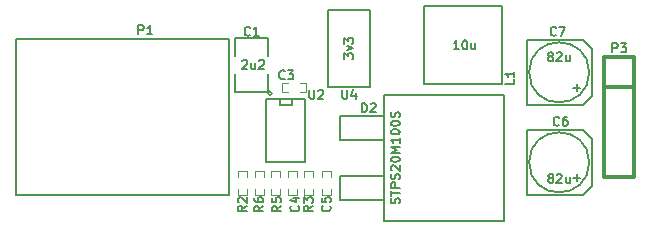
<source format=gto>
G04 (created by PCBNEW (2013-mar-13)-testing) date Sat 31 Jan 2015 08:43:09 PM EST*
%MOIN*%
G04 Gerber Fmt 3.4, Leading zero omitted, Abs format*
%FSLAX34Y34*%
G01*
G70*
G90*
G04 APERTURE LIST*
%ADD10C,0.005906*%
%ADD11C,0.005000*%
%ADD12C,0.012000*%
%ADD13C,0.002800*%
%ADD14C,0.005118*%
G04 APERTURE END LIST*
G54D10*
X52311Y-44979D02*
X53688Y-44979D01*
X53688Y-44979D02*
X53688Y-42420D01*
X53688Y-42420D02*
X52311Y-42420D01*
X52311Y-42420D02*
X52311Y-44979D01*
X49000Y-43401D02*
X49000Y-48598D01*
X49000Y-48598D02*
X41909Y-48598D01*
X41909Y-48598D02*
X41909Y-43401D01*
X41909Y-43401D02*
X49000Y-43401D01*
G54D11*
X54150Y-47950D02*
X52700Y-47950D01*
X52700Y-47950D02*
X52700Y-48750D01*
X52700Y-48750D02*
X54150Y-48750D01*
X54150Y-45950D02*
X52700Y-45950D01*
X52700Y-45950D02*
X52700Y-46750D01*
X52700Y-46750D02*
X54150Y-46750D01*
X54150Y-45250D02*
X54150Y-49450D01*
X54150Y-49450D02*
X58150Y-49450D01*
X58150Y-49450D02*
X58150Y-45250D01*
X58150Y-45250D02*
X54150Y-45250D01*
G54D12*
X62500Y-44000D02*
X62500Y-44000D01*
X61500Y-44000D02*
X62500Y-44000D01*
X62500Y-44000D02*
X62500Y-44000D01*
X62500Y-44000D02*
X62500Y-48000D01*
X62500Y-48000D02*
X61500Y-48000D01*
X61500Y-48000D02*
X61500Y-44000D01*
X61500Y-45000D02*
X62500Y-45000D01*
G54D10*
X55500Y-42300D02*
X58099Y-42300D01*
X58099Y-42300D02*
X58099Y-44899D01*
X58099Y-44899D02*
X55500Y-44899D01*
X55500Y-44899D02*
X55500Y-42300D01*
G54D11*
X50420Y-45200D02*
G75*
G03X50420Y-45200I-70J0D01*
G74*
G01*
X49200Y-44550D02*
X49200Y-45150D01*
X49200Y-45150D02*
X50300Y-45150D01*
X50300Y-45150D02*
X50300Y-44550D01*
X50300Y-43950D02*
X50300Y-43350D01*
X50300Y-43350D02*
X49200Y-43350D01*
X49200Y-43350D02*
X49200Y-43950D01*
G54D13*
X50951Y-44850D02*
X50751Y-44850D01*
X50751Y-44850D02*
X50751Y-45150D01*
X50751Y-45150D02*
X50951Y-45150D01*
X51348Y-44850D02*
X51548Y-44850D01*
X51548Y-44850D02*
X51548Y-45150D01*
X51548Y-45150D02*
X51348Y-45150D01*
X51250Y-48001D02*
X51250Y-47801D01*
X51250Y-47801D02*
X50950Y-47801D01*
X50950Y-47801D02*
X50950Y-48001D01*
X51250Y-48398D02*
X51250Y-48598D01*
X51250Y-48598D02*
X50950Y-48598D01*
X50950Y-48598D02*
X50950Y-48398D01*
X52400Y-48001D02*
X52400Y-47801D01*
X52400Y-47801D02*
X52100Y-47801D01*
X52100Y-47801D02*
X52100Y-48001D01*
X52400Y-48398D02*
X52400Y-48598D01*
X52400Y-48598D02*
X52100Y-48598D01*
X52100Y-48598D02*
X52100Y-48398D01*
X49600Y-48001D02*
X49600Y-47801D01*
X49600Y-47801D02*
X49300Y-47801D01*
X49300Y-47801D02*
X49300Y-48001D01*
X49600Y-48398D02*
X49600Y-48598D01*
X49600Y-48598D02*
X49300Y-48598D01*
X49300Y-48598D02*
X49300Y-48398D01*
X51800Y-48001D02*
X51800Y-47801D01*
X51800Y-47801D02*
X51500Y-47801D01*
X51500Y-47801D02*
X51500Y-48001D01*
X51800Y-48398D02*
X51800Y-48598D01*
X51800Y-48598D02*
X51500Y-48598D01*
X51500Y-48598D02*
X51500Y-48398D01*
X50400Y-48398D02*
X50400Y-48598D01*
X50400Y-48598D02*
X50700Y-48598D01*
X50700Y-48598D02*
X50700Y-48398D01*
X50400Y-48001D02*
X50400Y-47801D01*
X50400Y-47801D02*
X50700Y-47801D01*
X50700Y-47801D02*
X50700Y-48001D01*
X50150Y-48001D02*
X50150Y-47801D01*
X50150Y-47801D02*
X49850Y-47801D01*
X49850Y-47801D02*
X49850Y-48001D01*
X50150Y-48398D02*
X50150Y-48598D01*
X50150Y-48598D02*
X49850Y-48598D01*
X49850Y-48598D02*
X49850Y-48398D01*
G54D11*
X50237Y-47500D02*
X50237Y-45394D01*
X51537Y-45394D02*
X51537Y-47500D01*
X51537Y-47500D02*
X50237Y-47500D01*
X51537Y-45394D02*
X50237Y-45394D01*
X51087Y-45387D02*
X51087Y-45587D01*
X51087Y-45587D02*
X50687Y-45587D01*
X50687Y-45587D02*
X50687Y-45387D01*
G54D10*
X58917Y-48582D02*
X58917Y-46417D01*
X58917Y-46417D02*
X60787Y-46417D01*
X60787Y-46417D02*
X61082Y-46712D01*
X61082Y-46712D02*
X61082Y-48287D01*
X61082Y-48287D02*
X60787Y-48582D01*
X60787Y-48582D02*
X58917Y-48582D01*
G54D11*
X61001Y-47500D02*
G75*
G03X61001Y-47500I-1001J0D01*
G74*
G01*
G54D10*
X58917Y-45582D02*
X58917Y-43417D01*
X58917Y-43417D02*
X60787Y-43417D01*
X60787Y-43417D02*
X61082Y-43712D01*
X61082Y-43712D02*
X61082Y-45287D01*
X61082Y-45287D02*
X60787Y-45582D01*
X60787Y-45582D02*
X58917Y-45582D01*
G54D11*
X61001Y-44500D02*
G75*
G03X61001Y-44500I-1001J0D01*
G74*
G01*
G54D14*
X52771Y-45085D02*
X52771Y-45328D01*
X52785Y-45357D01*
X52800Y-45371D01*
X52828Y-45385D01*
X52885Y-45385D01*
X52914Y-45371D01*
X52928Y-45357D01*
X52942Y-45328D01*
X52942Y-45085D01*
X53214Y-45185D02*
X53214Y-45385D01*
X53142Y-45071D02*
X53071Y-45285D01*
X53257Y-45285D01*
X52835Y-44057D02*
X52835Y-43871D01*
X52950Y-43971D01*
X52950Y-43928D01*
X52964Y-43899D01*
X52978Y-43885D01*
X53007Y-43871D01*
X53078Y-43871D01*
X53107Y-43885D01*
X53121Y-43899D01*
X53135Y-43928D01*
X53135Y-44014D01*
X53121Y-44042D01*
X53107Y-44057D01*
X52935Y-43771D02*
X53135Y-43699D01*
X52935Y-43628D01*
X52835Y-43542D02*
X52835Y-43357D01*
X52950Y-43457D01*
X52950Y-43414D01*
X52964Y-43385D01*
X52978Y-43371D01*
X53007Y-43357D01*
X53078Y-43357D01*
X53107Y-43371D01*
X53121Y-43385D01*
X53135Y-43414D01*
X53135Y-43500D01*
X53121Y-43528D01*
X53107Y-43542D01*
X45978Y-43235D02*
X45978Y-42935D01*
X46092Y-42935D01*
X46121Y-42950D01*
X46135Y-42964D01*
X46150Y-42992D01*
X46150Y-43035D01*
X46135Y-43064D01*
X46121Y-43078D01*
X46092Y-43092D01*
X45978Y-43092D01*
X46435Y-43235D02*
X46264Y-43235D01*
X46350Y-43235D02*
X46350Y-42935D01*
X46321Y-42978D01*
X46292Y-43007D01*
X46264Y-43021D01*
X53428Y-45835D02*
X53428Y-45535D01*
X53500Y-45535D01*
X53542Y-45550D01*
X53571Y-45578D01*
X53585Y-45607D01*
X53600Y-45664D01*
X53600Y-45707D01*
X53585Y-45764D01*
X53571Y-45792D01*
X53542Y-45821D01*
X53500Y-45835D01*
X53428Y-45835D01*
X53714Y-45564D02*
X53728Y-45550D01*
X53757Y-45535D01*
X53828Y-45535D01*
X53857Y-45550D01*
X53871Y-45564D01*
X53885Y-45592D01*
X53885Y-45621D01*
X53871Y-45664D01*
X53700Y-45835D01*
X53885Y-45835D01*
X54671Y-48871D02*
X54685Y-48828D01*
X54685Y-48757D01*
X54671Y-48728D01*
X54657Y-48714D01*
X54628Y-48699D01*
X54600Y-48699D01*
X54571Y-48714D01*
X54557Y-48728D01*
X54542Y-48757D01*
X54528Y-48814D01*
X54514Y-48842D01*
X54500Y-48857D01*
X54471Y-48871D01*
X54442Y-48871D01*
X54414Y-48857D01*
X54400Y-48842D01*
X54385Y-48814D01*
X54385Y-48742D01*
X54400Y-48699D01*
X54385Y-48614D02*
X54385Y-48442D01*
X54685Y-48528D02*
X54385Y-48528D01*
X54685Y-48342D02*
X54385Y-48342D01*
X54385Y-48228D01*
X54400Y-48199D01*
X54414Y-48185D01*
X54442Y-48171D01*
X54485Y-48171D01*
X54514Y-48185D01*
X54528Y-48199D01*
X54542Y-48228D01*
X54542Y-48342D01*
X54671Y-48057D02*
X54685Y-48014D01*
X54685Y-47942D01*
X54671Y-47914D01*
X54657Y-47899D01*
X54628Y-47885D01*
X54600Y-47885D01*
X54571Y-47899D01*
X54557Y-47914D01*
X54542Y-47942D01*
X54528Y-47999D01*
X54514Y-48028D01*
X54500Y-48042D01*
X54471Y-48057D01*
X54442Y-48057D01*
X54414Y-48042D01*
X54400Y-48028D01*
X54385Y-47999D01*
X54385Y-47928D01*
X54400Y-47885D01*
X54414Y-47771D02*
X54400Y-47757D01*
X54385Y-47728D01*
X54385Y-47657D01*
X54400Y-47628D01*
X54414Y-47614D01*
X54442Y-47600D01*
X54471Y-47600D01*
X54514Y-47614D01*
X54685Y-47785D01*
X54685Y-47600D01*
X54385Y-47414D02*
X54385Y-47385D01*
X54400Y-47357D01*
X54414Y-47342D01*
X54442Y-47328D01*
X54500Y-47314D01*
X54571Y-47314D01*
X54628Y-47328D01*
X54657Y-47342D01*
X54671Y-47357D01*
X54685Y-47385D01*
X54685Y-47414D01*
X54671Y-47442D01*
X54657Y-47457D01*
X54628Y-47471D01*
X54571Y-47485D01*
X54500Y-47485D01*
X54442Y-47471D01*
X54414Y-47457D01*
X54400Y-47442D01*
X54385Y-47414D01*
X54685Y-47185D02*
X54385Y-47185D01*
X54600Y-47085D01*
X54385Y-46985D01*
X54685Y-46985D01*
X54685Y-46685D02*
X54685Y-46857D01*
X54685Y-46771D02*
X54385Y-46771D01*
X54428Y-46800D01*
X54457Y-46828D01*
X54471Y-46857D01*
X54385Y-46500D02*
X54385Y-46471D01*
X54400Y-46442D01*
X54414Y-46428D01*
X54442Y-46414D01*
X54500Y-46400D01*
X54571Y-46400D01*
X54628Y-46414D01*
X54657Y-46428D01*
X54671Y-46442D01*
X54685Y-46471D01*
X54685Y-46500D01*
X54671Y-46528D01*
X54657Y-46542D01*
X54628Y-46557D01*
X54571Y-46571D01*
X54500Y-46571D01*
X54442Y-46557D01*
X54414Y-46542D01*
X54400Y-46528D01*
X54385Y-46500D01*
X54385Y-46214D02*
X54385Y-46185D01*
X54400Y-46157D01*
X54414Y-46142D01*
X54442Y-46128D01*
X54500Y-46114D01*
X54571Y-46114D01*
X54628Y-46128D01*
X54657Y-46142D01*
X54671Y-46157D01*
X54685Y-46185D01*
X54685Y-46214D01*
X54671Y-46242D01*
X54657Y-46257D01*
X54628Y-46271D01*
X54571Y-46285D01*
X54500Y-46285D01*
X54442Y-46271D01*
X54414Y-46257D01*
X54400Y-46242D01*
X54385Y-46214D01*
X54671Y-46000D02*
X54685Y-45957D01*
X54685Y-45885D01*
X54671Y-45857D01*
X54657Y-45842D01*
X54628Y-45828D01*
X54600Y-45828D01*
X54571Y-45842D01*
X54557Y-45857D01*
X54542Y-45885D01*
X54528Y-45942D01*
X54514Y-45971D01*
X54500Y-45985D01*
X54471Y-46000D01*
X54442Y-46000D01*
X54414Y-45985D01*
X54400Y-45971D01*
X54385Y-45942D01*
X54385Y-45871D01*
X54400Y-45828D01*
X61778Y-43835D02*
X61778Y-43535D01*
X61892Y-43535D01*
X61921Y-43550D01*
X61935Y-43564D01*
X61950Y-43592D01*
X61950Y-43635D01*
X61935Y-43664D01*
X61921Y-43678D01*
X61892Y-43692D01*
X61778Y-43692D01*
X62050Y-43535D02*
X62235Y-43535D01*
X62135Y-43650D01*
X62178Y-43650D01*
X62207Y-43664D01*
X62221Y-43678D01*
X62235Y-43707D01*
X62235Y-43778D01*
X62221Y-43807D01*
X62207Y-43821D01*
X62178Y-43835D01*
X62092Y-43835D01*
X62064Y-43821D01*
X62050Y-43807D01*
X58510Y-44732D02*
X58510Y-44875D01*
X58210Y-44875D01*
X58510Y-44475D02*
X58510Y-44646D01*
X58510Y-44561D02*
X58210Y-44561D01*
X58253Y-44589D01*
X58281Y-44618D01*
X58296Y-44646D01*
X56657Y-43735D02*
X56485Y-43735D01*
X56571Y-43735D02*
X56571Y-43435D01*
X56542Y-43478D01*
X56514Y-43507D01*
X56485Y-43521D01*
X56842Y-43435D02*
X56871Y-43435D01*
X56900Y-43450D01*
X56914Y-43464D01*
X56928Y-43492D01*
X56942Y-43550D01*
X56942Y-43621D01*
X56928Y-43678D01*
X56914Y-43707D01*
X56900Y-43721D01*
X56871Y-43735D01*
X56842Y-43735D01*
X56814Y-43721D01*
X56800Y-43707D01*
X56785Y-43678D01*
X56771Y-43621D01*
X56771Y-43550D01*
X56785Y-43492D01*
X56800Y-43464D01*
X56814Y-43450D01*
X56842Y-43435D01*
X57200Y-43535D02*
X57200Y-43735D01*
X57071Y-43535D02*
X57071Y-43692D01*
X57085Y-43721D01*
X57114Y-43735D01*
X57157Y-43735D01*
X57185Y-43721D01*
X57200Y-43707D01*
X49700Y-43257D02*
X49685Y-43271D01*
X49642Y-43285D01*
X49614Y-43285D01*
X49571Y-43271D01*
X49542Y-43242D01*
X49528Y-43214D01*
X49514Y-43157D01*
X49514Y-43114D01*
X49528Y-43057D01*
X49542Y-43028D01*
X49571Y-43000D01*
X49614Y-42985D01*
X49642Y-42985D01*
X49685Y-43000D01*
X49700Y-43014D01*
X49985Y-43285D02*
X49814Y-43285D01*
X49900Y-43285D02*
X49900Y-42985D01*
X49871Y-43028D01*
X49842Y-43057D01*
X49814Y-43071D01*
X49435Y-44114D02*
X49450Y-44100D01*
X49478Y-44085D01*
X49550Y-44085D01*
X49578Y-44100D01*
X49592Y-44114D01*
X49607Y-44142D01*
X49607Y-44171D01*
X49592Y-44214D01*
X49421Y-44385D01*
X49607Y-44385D01*
X49864Y-44185D02*
X49864Y-44385D01*
X49735Y-44185D02*
X49735Y-44342D01*
X49750Y-44371D01*
X49778Y-44385D01*
X49821Y-44385D01*
X49850Y-44371D01*
X49864Y-44357D01*
X49992Y-44114D02*
X50007Y-44100D01*
X50035Y-44085D01*
X50107Y-44085D01*
X50135Y-44100D01*
X50150Y-44114D01*
X50164Y-44142D01*
X50164Y-44171D01*
X50150Y-44214D01*
X49978Y-44385D01*
X50164Y-44385D01*
X50850Y-44707D02*
X50835Y-44721D01*
X50792Y-44735D01*
X50764Y-44735D01*
X50721Y-44721D01*
X50692Y-44692D01*
X50678Y-44664D01*
X50664Y-44607D01*
X50664Y-44564D01*
X50678Y-44507D01*
X50692Y-44478D01*
X50721Y-44450D01*
X50764Y-44435D01*
X50792Y-44435D01*
X50835Y-44450D01*
X50850Y-44464D01*
X50950Y-44435D02*
X51135Y-44435D01*
X51035Y-44550D01*
X51078Y-44550D01*
X51107Y-44564D01*
X51121Y-44578D01*
X51135Y-44607D01*
X51135Y-44678D01*
X51121Y-44707D01*
X51107Y-44721D01*
X51078Y-44735D01*
X50992Y-44735D01*
X50964Y-44721D01*
X50950Y-44707D01*
X51307Y-48950D02*
X51321Y-48964D01*
X51335Y-49007D01*
X51335Y-49035D01*
X51321Y-49078D01*
X51292Y-49107D01*
X51264Y-49121D01*
X51207Y-49135D01*
X51164Y-49135D01*
X51107Y-49121D01*
X51078Y-49107D01*
X51050Y-49078D01*
X51035Y-49035D01*
X51035Y-49007D01*
X51050Y-48964D01*
X51064Y-48950D01*
X51135Y-48692D02*
X51335Y-48692D01*
X51021Y-48764D02*
X51235Y-48835D01*
X51235Y-48650D01*
X52357Y-48950D02*
X52371Y-48964D01*
X52385Y-49007D01*
X52385Y-49035D01*
X52371Y-49078D01*
X52342Y-49107D01*
X52314Y-49121D01*
X52257Y-49135D01*
X52214Y-49135D01*
X52157Y-49121D01*
X52128Y-49107D01*
X52100Y-49078D01*
X52085Y-49035D01*
X52085Y-49007D01*
X52100Y-48964D01*
X52114Y-48950D01*
X52085Y-48678D02*
X52085Y-48821D01*
X52228Y-48835D01*
X52214Y-48821D01*
X52200Y-48792D01*
X52200Y-48721D01*
X52214Y-48692D01*
X52228Y-48678D01*
X52257Y-48664D01*
X52328Y-48664D01*
X52357Y-48678D01*
X52371Y-48692D01*
X52385Y-48721D01*
X52385Y-48792D01*
X52371Y-48821D01*
X52357Y-48835D01*
X49585Y-48950D02*
X49442Y-49050D01*
X49585Y-49121D02*
X49285Y-49121D01*
X49285Y-49007D01*
X49300Y-48978D01*
X49314Y-48964D01*
X49342Y-48950D01*
X49385Y-48950D01*
X49414Y-48964D01*
X49428Y-48978D01*
X49442Y-49007D01*
X49442Y-49121D01*
X49314Y-48835D02*
X49300Y-48821D01*
X49285Y-48792D01*
X49285Y-48721D01*
X49300Y-48692D01*
X49314Y-48678D01*
X49342Y-48664D01*
X49371Y-48664D01*
X49414Y-48678D01*
X49585Y-48850D01*
X49585Y-48664D01*
X51785Y-48950D02*
X51642Y-49050D01*
X51785Y-49121D02*
X51485Y-49121D01*
X51485Y-49007D01*
X51500Y-48978D01*
X51514Y-48964D01*
X51542Y-48950D01*
X51585Y-48950D01*
X51614Y-48964D01*
X51628Y-48978D01*
X51642Y-49007D01*
X51642Y-49121D01*
X51485Y-48850D02*
X51485Y-48664D01*
X51600Y-48764D01*
X51600Y-48721D01*
X51614Y-48692D01*
X51628Y-48678D01*
X51657Y-48664D01*
X51728Y-48664D01*
X51757Y-48678D01*
X51771Y-48692D01*
X51785Y-48721D01*
X51785Y-48807D01*
X51771Y-48835D01*
X51757Y-48850D01*
X50735Y-48950D02*
X50592Y-49050D01*
X50735Y-49121D02*
X50435Y-49121D01*
X50435Y-49007D01*
X50450Y-48978D01*
X50464Y-48964D01*
X50492Y-48950D01*
X50535Y-48950D01*
X50564Y-48964D01*
X50578Y-48978D01*
X50592Y-49007D01*
X50592Y-49121D01*
X50435Y-48678D02*
X50435Y-48821D01*
X50578Y-48835D01*
X50564Y-48821D01*
X50550Y-48792D01*
X50550Y-48721D01*
X50564Y-48692D01*
X50578Y-48678D01*
X50607Y-48664D01*
X50678Y-48664D01*
X50707Y-48678D01*
X50721Y-48692D01*
X50735Y-48721D01*
X50735Y-48792D01*
X50721Y-48821D01*
X50707Y-48835D01*
X50135Y-48950D02*
X49992Y-49050D01*
X50135Y-49121D02*
X49835Y-49121D01*
X49835Y-49007D01*
X49850Y-48978D01*
X49864Y-48964D01*
X49892Y-48950D01*
X49935Y-48950D01*
X49964Y-48964D01*
X49978Y-48978D01*
X49992Y-49007D01*
X49992Y-49121D01*
X49835Y-48692D02*
X49835Y-48750D01*
X49850Y-48778D01*
X49864Y-48792D01*
X49907Y-48821D01*
X49964Y-48835D01*
X50078Y-48835D01*
X50107Y-48821D01*
X50121Y-48807D01*
X50135Y-48778D01*
X50135Y-48721D01*
X50121Y-48692D01*
X50107Y-48678D01*
X50078Y-48664D01*
X50007Y-48664D01*
X49978Y-48678D01*
X49964Y-48692D01*
X49950Y-48721D01*
X49950Y-48778D01*
X49964Y-48807D01*
X49978Y-48821D01*
X50007Y-48835D01*
X51671Y-45085D02*
X51671Y-45328D01*
X51685Y-45357D01*
X51700Y-45371D01*
X51728Y-45385D01*
X51785Y-45385D01*
X51814Y-45371D01*
X51828Y-45357D01*
X51842Y-45328D01*
X51842Y-45085D01*
X51971Y-45114D02*
X51985Y-45100D01*
X52014Y-45085D01*
X52085Y-45085D01*
X52114Y-45100D01*
X52128Y-45114D01*
X52142Y-45142D01*
X52142Y-45171D01*
X52128Y-45214D01*
X51957Y-45385D01*
X52142Y-45385D01*
X60000Y-46257D02*
X59985Y-46271D01*
X59942Y-46285D01*
X59914Y-46285D01*
X59871Y-46271D01*
X59842Y-46242D01*
X59828Y-46214D01*
X59814Y-46157D01*
X59814Y-46114D01*
X59828Y-46057D01*
X59842Y-46028D01*
X59871Y-46000D01*
X59914Y-45985D01*
X59942Y-45985D01*
X59985Y-46000D01*
X60000Y-46014D01*
X60257Y-45985D02*
X60200Y-45985D01*
X60171Y-46000D01*
X60157Y-46014D01*
X60128Y-46057D01*
X60114Y-46114D01*
X60114Y-46228D01*
X60128Y-46257D01*
X60142Y-46271D01*
X60171Y-46285D01*
X60228Y-46285D01*
X60257Y-46271D01*
X60271Y-46257D01*
X60285Y-46228D01*
X60285Y-46157D01*
X60271Y-46128D01*
X60257Y-46114D01*
X60228Y-46100D01*
X60171Y-46100D01*
X60142Y-46114D01*
X60128Y-46128D01*
X60114Y-46157D01*
X59692Y-48014D02*
X59664Y-48000D01*
X59650Y-47985D01*
X59635Y-47957D01*
X59635Y-47942D01*
X59650Y-47914D01*
X59664Y-47900D01*
X59692Y-47885D01*
X59750Y-47885D01*
X59778Y-47900D01*
X59792Y-47914D01*
X59807Y-47942D01*
X59807Y-47957D01*
X59792Y-47985D01*
X59778Y-48000D01*
X59750Y-48014D01*
X59692Y-48014D01*
X59664Y-48028D01*
X59650Y-48042D01*
X59635Y-48071D01*
X59635Y-48128D01*
X59650Y-48157D01*
X59664Y-48171D01*
X59692Y-48185D01*
X59750Y-48185D01*
X59778Y-48171D01*
X59792Y-48157D01*
X59807Y-48128D01*
X59807Y-48071D01*
X59792Y-48042D01*
X59778Y-48028D01*
X59750Y-48014D01*
X59921Y-47914D02*
X59935Y-47900D01*
X59964Y-47885D01*
X60035Y-47885D01*
X60064Y-47900D01*
X60078Y-47914D01*
X60092Y-47942D01*
X60092Y-47971D01*
X60078Y-48014D01*
X59907Y-48185D01*
X60092Y-48185D01*
X60350Y-47985D02*
X60350Y-48185D01*
X60221Y-47985D02*
X60221Y-48142D01*
X60235Y-48171D01*
X60264Y-48185D01*
X60307Y-48185D01*
X60335Y-48171D01*
X60350Y-48157D01*
X60476Y-48013D02*
X60704Y-48013D01*
X60590Y-48127D02*
X60590Y-47899D01*
X59900Y-43257D02*
X59885Y-43271D01*
X59842Y-43285D01*
X59814Y-43285D01*
X59771Y-43271D01*
X59742Y-43242D01*
X59728Y-43214D01*
X59714Y-43157D01*
X59714Y-43114D01*
X59728Y-43057D01*
X59742Y-43028D01*
X59771Y-43000D01*
X59814Y-42985D01*
X59842Y-42985D01*
X59885Y-43000D01*
X59900Y-43014D01*
X60000Y-42985D02*
X60200Y-42985D01*
X60071Y-43285D01*
X59692Y-43964D02*
X59664Y-43950D01*
X59650Y-43935D01*
X59635Y-43907D01*
X59635Y-43892D01*
X59650Y-43864D01*
X59664Y-43850D01*
X59692Y-43835D01*
X59750Y-43835D01*
X59778Y-43850D01*
X59792Y-43864D01*
X59807Y-43892D01*
X59807Y-43907D01*
X59792Y-43935D01*
X59778Y-43950D01*
X59750Y-43964D01*
X59692Y-43964D01*
X59664Y-43978D01*
X59650Y-43992D01*
X59635Y-44021D01*
X59635Y-44078D01*
X59650Y-44107D01*
X59664Y-44121D01*
X59692Y-44135D01*
X59750Y-44135D01*
X59778Y-44121D01*
X59792Y-44107D01*
X59807Y-44078D01*
X59807Y-44021D01*
X59792Y-43992D01*
X59778Y-43978D01*
X59750Y-43964D01*
X59921Y-43864D02*
X59935Y-43850D01*
X59964Y-43835D01*
X60035Y-43835D01*
X60064Y-43850D01*
X60078Y-43864D01*
X60092Y-43892D01*
X60092Y-43921D01*
X60078Y-43964D01*
X59907Y-44135D01*
X60092Y-44135D01*
X60350Y-43935D02*
X60350Y-44135D01*
X60221Y-43935D02*
X60221Y-44092D01*
X60235Y-44121D01*
X60264Y-44135D01*
X60307Y-44135D01*
X60335Y-44121D01*
X60350Y-44107D01*
X60476Y-45013D02*
X60704Y-45013D01*
X60590Y-45127D02*
X60590Y-44899D01*
M02*

</source>
